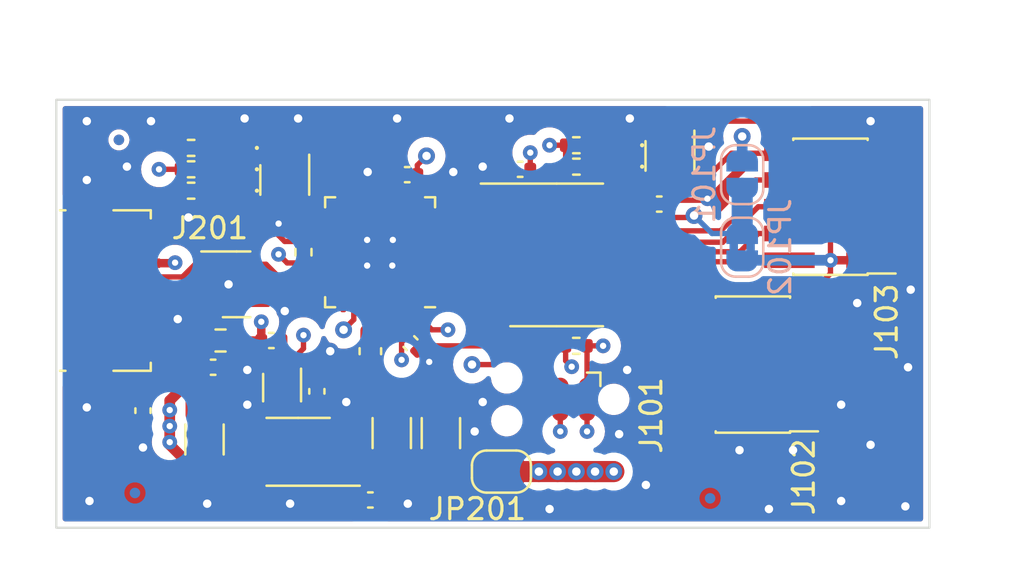
<source format=kicad_pcb>
(kicad_pcb (version 20221018) (generator pcbnew)
  (title_block (comment 4 "AISLER Project ID: ONGWUMEP"))
  (layers (0 "F.Cu" signal) (1 "In1.Cu" power) (2 "In2.Cu" power) (3 "In3.Cu" signal) (4 "In4.Cu" power) (31 "B.Cu" signal) (34 "B.Paste" user) (35 "F.Paste" user) (36 "B.SilkS" user "B.Silkscreen") (37 "F.SilkS" user "F.Silkscreen") (38 "B.Mask" user) (39 "F.Mask" user) (44 "Edge.Cuts" user))
  (net 0 "")
  (net 1 "GNDREF")
  (net 2 "Net-(U101-VDDCORE)")
  (net 3 "Net-(J201-Shield)")
  (net 4 "VBUS")
  (net 5 "Net-(J201-VBUS)")
  (net 6 "Net-(JP101-B)")
  (net 7 "Net-(JP201-A)")
  (net 8 "Net-(J101-SWDIO)")
  (net 9 "Net-(J101-~{RESET})")
  (net 10 "Net-(J101-SWCLK)")
  (net 13 "/MCU_HARAKIRI")
  (net 19 "/USB/USB_D-")
  (net 20 "/USB/USB_D+")
  (net 22 "Net-(D101-A)")
  (net 23 "Net-(D102-A)")
  (net 24 "Net-(D103-A)")
  (net 25 "Net-(D104-A)")
  (net 26 "VCC")
  (net 27 "/DBG_LED0")
  (net 28 "/DBG_LED1")
  (net 29 "+1V8")
  (net 30 "Net-(D101-K)")
  (net 31 "Net-(D102-K)")
  (net 32 "Net-(D103-K)")
  (net 33 "Net-(D104-K)")
  (net 35 "TGT_~{RST}")
  (net 36 "/SERCOM1_PAD0_UART_TXD")
  (net 37 "/SERCOM1_PAD1_UART_RXD")
  (net 42 "Net-(U101-PA02)")
  (net 43 "Net-(U101-PA04)")
  (net 44 "Net-(U101-PA06)")
  (net 45 "Net-(U101-PA07)")
  (net 46 "/DBG_UART_RXD")
  (net 47 "/DBG_UART_TXD")
  (net 48 "/SERCOM0_PAD1_SWO")
  (net 52 "Net-(J103-SWO{slash}TDO)")
  (net 55 "Net-(U101-PA03)")
  (net 56 "Net-(J103-SWDIO{slash}TMS)")
  (net 57 "Net-(J103-SWDCLK{slash}TCK)")
  (net 58 "Net-(U203-BYP)")
  (net 60 "Net-(U203-~{SHDN})")
  (net 61 "Net-(J103-NC{slash}TDI)")
  (net 62 "Net-(D201-A)")
  (footprint "Resistor_SMD:R_0402_1005Metric" (layer "F.Cu") (at 33.528 50.038 180)
    (fp_text reference "R103" hide)
    (fp_text value "150")
  )
  (footprint "Package_SO:TSSOP-20_4.4x6.5mm_P0.65mm" (layer "F.Cu") (at 50.882 53.086)
    (fp_text reference "U102" hide)
    (fp_text value "TXS0108EPW")
  )
  (footprint "Resistor_SMD:R_0402_1005Metric" (layer "F.Cu") (at 51.816 47.879 180)
    (fp_text reference "R105" hide)
    (fp_text value "150")
  )
  (footprint "Capacitor_SMD:C_1206_3216Metric" (layer "F.Cu") (at 45.387 61.546 90)
    (fp_text reference "C208" hide)
    (fp_text value "10uF")
  )
  (footprint "Capacitor_SMD:C_1206_3216Metric" (layer "F.Cu") (at 43.053 61.546 90)
    (fp_text reference "C207" hide)
    (fp_text value "10uF")
  )
  (footprint "LED_SMD:LED_0402_1005Metric" (layer "F.Cu") (at 53.848 47.879 180)
    (fp_text reference "D103" hide)
    (fp_text value "RED")
  )
  (footprint "Capacitor_SMD:C_0402_1005Metric" (layer "F.Cu") (at 31.242 60.48 90)
    (fp_text reference "C201" hide)
    (fp_text value "4.7nF")
  )
  (footprint "Capacitor_SMD:C_0402_1005Metric" (layer "F.Cu") (at 34.572 58.42)
    (fp_text reference "C204" hide)
    (fp_text value "100nF")
  )
  (footprint "Capacitor_SMD:C_0402_1005Metric" (layer "F.Cu") (at 55.753 50.673)
    (fp_text reference "C105" hide)
    (fp_text value "100nF")
  )
  (footprint "Resistor_SMD:R_0402_1005Metric" (layer "F.Cu") (at 51.814 57.404)
    (fp_text reference "R101" hide)
    (fp_text value "1k")
  )
  (footprint "Connector_PinHeader_1.27mm:PinHeader_2x05_P1.27mm_Vertical_SMD" (layer "F.Cu") (at 63.881 50.8 180)
    (fp_text reference "J103")
    (fp_text value "Conn_ARM_JTAG_SWD_10")
  )
  (footprint "LED_SMD:LED_0402_1005Metric" (layer "F.Cu") (at 35.56 49.022 180)
    (fp_text reference "D102" hide)
    (fp_text value "YELLOW")
  )
  (footprint "Capacitor_SMD:C_0402_1005Metric" (layer "F.Cu") (at 37.338 57.15)
    (fp_text reference "C203" hide)
    (fp_text value "100nF")
  )
  (footprint "Capacitor_SMD:C_0402_1005Metric" (layer "F.Cu") (at 43.787 49.276 180)
    (fp_text reference "C101" hide)
    (fp_text value "100nF")
  )
  (footprint "Capacitor_SMD:C_0402_1005Metric" (layer "F.Cu") (at 49.149 49.022 180)
    (fp_text reference "C104" hide)
    (fp_text value "100nF")
  )
  (footprint "Package_TO_SOT_SMD:SOT-553" (layer "F.Cu") (at 37.846 59.387 -90)
    (fp_text reference "U202" hide)
    (fp_text value "SN74LVC1G14DRL")
  )
  (footprint "Capacitor_SMD:C_1206_3216Metric" (layer "F.Cu") (at 34.163 61.849 90)
    (fp_text reference "C205" hide)
    (fp_text value "10uF")
  )
  (footprint "Capacitor_SMD:C_0402_1005Metric" (layer "F.Cu") (at 42.037 64.721)
    (fp_text reference "C206" hide)
    (fp_text value "10nF")
  )
  (footprint "Capacitor_SMD:C_0603_1608Metric" (layer "F.Cu") (at 42.037 57.658 -90)
    (fp_text reference "C103" hide)
    (fp_text value "1uF")
  )
  (footprint "Jumper:SolderJumper-2_P1.3mm_Bridged2Bar_RoundedPad1.0x1.5mm" (layer "F.Cu") (at 48.26 63.373)
    (fp_text reference "JP201")
    (fp_text value "SolderJumper_2_Bridged")
  )
  (footprint "LED_SMD:LED_0402_1005Metric" (layer "F.Cu") (at 53.848 48.895 180)
    (fp_text reference "D104" hide)
    (fp_text value "GREEN")
  )
  (footprint "Fiducial:Fiducial_0.5mm_Mask1mm" (layer "F.Cu") (at 28.956 62.865)
    (fp_text reference "FID2" hide)
    (fp_text value "Fiducial" hide)
  )
  (footprint "Fiducial:Fiducial_0.5mm_Mask1mm" (layer "F.Cu") (at 67.056 63.373)
    (fp_text reference "FID3" hide)
    (fp_text value "Fiducial" hide)
  )
  (footprint "Package_SO:MSOP-8_3x3mm_P0.65mm" (layer "F.Cu") (at 38.608 62.435 180)
    (fp_text reference "U203" hide)
    (fp_text value "LT1962-1.8")
  )
  (footprint "Resistor_SMD:R_0402_1005Metric" (layer "F.Cu") (at 33.528 49.022 180)
    (fp_text reference "R104" hide)
    (fp_text value "150")
  )
  (footprint "Resistor_SMD:R_0402_1005Metric" (layer "F.Cu") (at 33.528 48.006 180)
    (fp_text reference "R201" hide)
    (fp_text value "470")
  )
  (footprint "Package_TO_SOT_SMD:SOT-23" (layer "F.Cu") (at 35.687 54.483)
    (fp_text reference "D202" hide)
    (fp_text value "SP0502BAHT")
  )
  (footprint "Package_TO_SOT_SMD:SOT-363_SC-70-6" (layer "F.Cu") (at 56.261 48.387 -90)
    (fp_text reference "Q102" hide)
    (fp_text value "ADC114")
  )
  (footprint "LED_SMD:LED_0402_1005Metric" (layer "F.Cu") (at 35.56 50.038 180)
    (fp_text reference "D101" hide)
    (fp_text value "YELLOW")
  )
  (footprint "Connector_PinHeader_1.27mm:PinHeader_2x05_P1.27mm_Vertical_SMD" (layer "F.Cu") (at 60.198 58.293 180)
    (fp_text reference "J102")
    (fp_text value "Conn_02x05_Odd_Even")
  )
  (footprint "Connector:Tag-Connect_TC2030-IDC-NL_2x03_P1.27mm_Vertical" (layer "F.Cu") (at 51.054 59.944 180)
    (fp_text reference "J101")
    (fp_text value "Conn_ARM_SWD_TagConnect_TC2030-NL")
  )
  (footprint "Capacitor_SMD:C_0402_1005Metric" (layer "F.Cu") (at 39.497 59.563 90)
    (fp_text reference "C202" hide)
    (fp_text value "100nF")
  )
  (footprint "Resistor_SMD:R_0603_1608Metric" (layer "F.Cu") (at 34.925 57.15 180)
    (fp_text reference "FB201" hide)
    (fp_text value "FerriteBead")
  )
  (footprint "Package_DFN_QFN:QFN-32-1EP_5x5mm_P0.5mm_EP3.6x3.6mm" (layer "F.Cu") (at 42.5 52.959 180)
    (fp_text reference "U101" hide)
    (fp_text value "ATSAMD21E18A-M")
  )
  (footprint "Capacitor_SMD:C_0402_1005Metric" (layer "F.Cu") (at 43.942 57.277 -45)
    (fp_text reference "C102" hide)
    (fp_text value "100nF")
  )
  (footprint "LED_SMD:LED_0402_1005Metric" (layer "F.Cu") (at 35.56 48.006 180)
    (fp_text reference "D201" hide)
    (fp_text value "LED")
  )
  (footprint "Resistor_SMD:R_0402_1005Metric" (layer "F.Cu") (at 38.862 52.957 -90)
    (fp_text reference "R102" hide)
    (fp_text value "1k")
  )
  (footprint "Fiducial:Fiducial_0.5mm_Mask1mm" (layer "F.Cu") (at 30.099 47.625)
    (fp_text reference "FID1" hide)
    (fp_text value "Fiducial" hide)
  )
  (footprint "Connector_USB:USB_Micro-B_Molex_47346-0001" (layer "F.Cu") (at 29.902 54.779 -90)
    (fp_text reference "J201")
    (fp_text value "USB_B_Micro")
  )
  (footprint "Package_TO_SOT_SMD:SOT-363_SC-70-6" (layer "F.Cu") (at 37.973 49.53 -90)
    (fp_text reference "Q101" hide)
    (fp_text value "ADC114")
  )
  (footprint "Resistor_SMD:R_0402_1005Metric" (layer "F.Cu") (at 51.818 48.895 180)
    (fp_text reference "R106" hide)
    (fp_text value "470")
  )
  (footprint "Jumper:SolderJumper-2_P1.3mm_Open_RoundedPad1.0x1.5mm" (layer "B.Cu") (at 59.69 49.276 -90)
    (fp_text reference "JP101")
    (fp_text value "SolderJumper_2_Open")
  )
  (footprint "Jumper:SolderJumper-2_P1.3mm_Bridged2Bar_RoundedPad1.0x1.5mm" (layer "B.Cu") (at 59.69 52.72 90)
    (fp_text reference "JP102")
    (fp_text value "SolderJumper_2_Bridged")
  )
  (footprint "Fiducial:Fiducial_0.5mm_Mask1mm" (layer "B.Cu") (at 30.099 47.625 180)
    (fp_text reference "FID5" hide)
    (fp_text value "Fiducial" hide)
  )
  (footprint "Fiducial:Fiducial_0.5mm_Mask1mm" (layer "B.Cu") (at 58.166 64.643 180)
    (fp_text reference "FID4" hide)
    (fp_text value "Fiducial" hide)
  )
  (footprint "Logo:TardigradeLogo_v3" (layer "B.Cu") (at 60.96 60.96 180)
    (fp_text reference "REF**" hide)
    (fp_text value "TardigradeLogo_v3" hide)
  )
  (footprint "Fiducial:Fiducial_0.5mm_Mask1mm" (layer "B.Cu") (at 30.861 64.389 180)
    (fp_text reference "FID6" hide)
    (fp_text value "Fiducial" hide)
  )
  (gr_rect (start 27.1272 45.72) (end 68.58 66.04) (stroke (width 0.1)) (fill none) (layer "Edge.Cuts"))
  (segment (start 43.053 60.071) (end 45.387 60.071) (width 1) (layer "F.Cu") (net 1))
  (segment (start 42.25 53.209) (end 42.5 52.959) (width 0.254) (layer "F.Cu") (net 1))
  (segment (start 42.25 54.061) (end 42.25 53.9594) (width 0.254) (layer "F.Cu") (net 1))
  (segment (start 55.245 58.166) (end 55.245 56.261) (width 0.254) (layer "F.Cu") (net 1))
  (segment (start 42.545 52.914) (end 42.545 52.959) (width 0.254) (layer "F.Cu") (net 1))
  (segment (start 42.25 53.9594) (end 41.8846 53.594) (width 0.254) (layer "F.Cu") (net 1))
  (segment (start 36.335 58.687) (end 36.195 58.547) (width 0.254) (layer "F.Cu") (net 1))
  (segment (start 56.233 50.518) (end 55.611 49.896) (width 0.254) (layer "F.Cu") (net 1))
  (segment (start 43.307 49.4665) (end 43.307 49.276) (width 0.254) (layer "F.Cu") (net 1))
  (segment (start 36.449 50.746) (end 36.449 51.308) (width 0.254) (layer "F.Cu") (net 1))
  (segment (start 38.623 48.58) (end 41.341 48.58) (width 0.254) (layer "F.Cu") (net 1))
  (segment (start 40.287 59.083) (end 40.513 59.309) (width 0.254) (layer "F.Cu") (net 1))
  (segment (start 43.75 51.627) (end 43.75 51.709) (width 0.254) (layer "F.Cu") (net 1))
  (segment (start 48.641 48.994) (end 48.669 49.022) (width 0.254) (layer "F.Cu") (net 1))
  (segment (start 35.052 58.801) (end 35.56 59.309) (width 0.254) (layer "F.Cu") (net 1))
  (segment (start 31.362 56.079) (end 32.838 56.079) (width 0.4) (layer "F.Cu") (net 1))
  (segment (start 43.1038 52.3748) (end 43.0842 52.3748) (width 0.254) (layer "F.Cu") (net 1))
  (segment (start 58.039 50.419) (end 57.9685 50.4895) (width 0.254) (layer "F.Cu") (net 1))
  (segment (start 40.513 59.69) (end 40.894 60.071) (width 0.254) (layer "F.Cu") (net 1))
  (segment (start 58.1025 47.9425) (end 57.597 47.437) (width 0.254) (layer "F.Cu") (net 1))
  (segment (start 37.323 50.48) (end 37.323 51.242441) (width 0.254) (layer "F.Cu") (net 1))
  (segment (start 47.498 49.022) (end 47.371 48.895) (width 0.254) (layer "F.Cu") (net 1))
  (segment (start 41.8846 53.594) (end 42.25 53.2286) (width 0.254) (layer "F.Cu") (net 1))
  (segment (start 56.4165 50.4895) (end 56.233 50.673) (width 0.254) (layer "F.Cu") (net 1))
  (segment (start 39.497 58.293) (end 40.132 57.658) (width 0.254) (layer "F.Cu") (net 1))
  (segment (start 31.242 60.96) (end 30.353 60.96) (width 0.254) (layer "F.Cu") (net 1))
  (segment (start 42.25 54.651) (end 42.25 55.409) (width 0.254) (layer "F.Cu") (net 1))
  (segment (start 35.052 58.42) (end 35.052 58.801) (width 0.254) (layer "F.Cu") (net 1))
  (segment (start 54.995 56.011) (end 53.7445 56.011) (width 0.254) (layer "F.Cu") (net 1))
  (segment (start 37.969 52.447) (end 38.862 52.447) (width 0.254) (layer "F.Cu") (net 1))
  (segment (start 36.068 58.42) (end 36.195 58.547) (width 0.254) (layer "F.Cu") (net 1))
  (segment (start 32.838 56.079) (end 32.893 56.134) (width 0.4) (layer "F.Cu") (net 1))
  (segment (start 49.022 60.071) (end 47.371 60.071) (width 0.254) (layer "F.Cu") (net 1))
  (segment (start 37.680966 52.158966) (end 37.969 52.447) (width 0.254) (layer "F.Cu") (net 1))
  (segment (start 35.052 58.42) (end 36.068 58.42) (width 0.254) (layer "F.Cu") (net 1))
  (segment (start 45.387 60.071) (end 45.387 58.722) (width 0.508) (layer "F.Cu") (net 1))
  (segment (start 43.75 49.9095) (end 43.307 49.4665) (width 0.254) (layer "F.Cu") (net 1))
  (segment (start 43.75 50.509) (end 43.75 51.497) (width 0.254) (layer "F.Cu") (net 1))
  (segment (start 37.346 58.687) (end 36.335 58.687) (width 0.254) (layer "F.Cu") (net 1))
  (segment (start 42.545 54.356) (end 42.25 54.061) (width 0.254) (layer "F.Cu") (net 1))
  (segment (start 48.669 49.022) (end 47.498 49.022) (width 0.254) (layer "F.Cu") (net 1))
  (segment (start 37.680966 51.600407) (end 37.680966 52.158966) (width 0.254) (layer "F.Cu") (net 1))
  (segment (start 55.245 56.261) (end 54.995 56.011) (width 0.254) (layer "F.Cu") (net 1))
  (segment (start 35.306 54.483) (end 35.433 54.483) (width 0.254) (layer "F.Cu") (net 1))
  (segment (start 43.053 59.309) (end 43.053 60.071) (width 0.508) (layer "F.Cu") (net 1))
  (segment (start 36.6245 54.483) (end 35.306 54.483) (width 0.254) (layer "F.Cu") (net 1))
  (segment (start 37.323 50.48) (end 36.715 50.48) (width 0.254) (layer "F.Cu") (net 1))
  (segment (start 36.715 50.48) (end 36.449 50.746) (width 0.254) (layer "F.Cu") (net 1))
  (segment (start 30.353 60.96) (end 30.0355 61.2775) (width 0.254) (layer "F.Cu") (net 1))
  (segment (start 43.75 51.497) (end 43.815 51.562) (width 0.254) (layer "F.Cu") (net 1))
  (segment (start 38.623 46.624) (end 38.608 46.609) (width 0.254) (layer "F.Cu") (net 1))
  (segment (start 57.9685 50.4895) (end 56.4165 50.4895) (width 0.254) (layer "F.Cu") (net 1))
  (segment (start 42.037 58.433) (end 42.177 58.433) (width 0.508) (layer "F.Cu") (net 1))
  (segment (start 54.229 58.547) (end 54.864 58.547) (width 0.254) (layer "F.Cu") (net 1))
  (segment (start 42.545 52.959) (end 42.5 52.959) (width 0.254) (layer "F.Cu") (net 1))
  (segment (start 42.177 58.433) (end 43.053 59.309) (width 0.508) (layer "F.Cu") (net 1))
  (segment (start 43.0842 52.3748) (end 42.545 52.914) (width 0.254) (layer "F.Cu") (net 1))
  (segment (start 43.75 50.509) (end 43.75 49.9095) (width 0.254) (layer "F.Cu") (net 1))
  (segment (start 42.545 54.356) (end 42.25 54.651) (width 0.254) (layer "F.Cu") (net 1))
  (segment (start 45.387 58.722) (end 44.831 58.166) (width 0.508) (layer "F.Cu") (net 1))
  (segment (start 40.7205 61.46) (end 42.291 61.46) (width 0.254) (layer "F.Cu") (net 1))
  (segment (start 42.5 52.959) (end 42.5 52.959) (width 0.254) (layer "F.Cu") (net 1))
  (segment (start 45.387 60.071) (end 47.371 60.071) (width 0.508) (layer "F.Cu") (net 1))
  (segment (start 44.281411 57.616411) (end 44.831 58.166) (width 0.254) (layer "F.Cu") (net 1))
  (segment (start 49.784 59.309) (end 49.022 60.071) (width 0.254) (layer "F.Cu") (net 1))
  (segment (start 43.815 51.562) (end 43.75 51.627) (width 0.254) (layer "F.Cu") (net 1))
  (segment (start 39.497 59.083) (end 40.287 59.083) (width 0.254) (layer "F.Cu") (net 1))
  (segment (start 43.1038 52.3552) (end 43.1038 52.3748) (width 0.254) (layer "F.Cu") (net 1))
  (segment (start 40.513 59.309) (end 40.513 59.69) (width 0.254) (layer "F.Cu") (net 1))
  (segment (start 48.641 46.609) (end 48.641 48.994) (width 0.254) (layer "F.Cu") (net 1))
  (segment (start 39.497 59.083) (end 39.497 58.293) (width 0.254) (layer "F.Cu") (net 1))
  (segment (start 43.053 60.071) (end 40.894 60.071) (width 0.508) (layer "F.Cu") (net 1))
  (segment (start 43.75 51.709) (end 43.1038 52.3552) (width 0.254) (layer "F.Cu") (net 1))
  (segment (start 38.623 48.58) (end 38.623 46.624) (width 0.254) (layer "F.Cu") (net 1))
  (segment (start 55.611 49.896) (end 55.611 49.337) (width 0.254) (layer "F.Cu") (net 1))
  (segment (start 41.341 48.58) (end 41.91 49.149) (width 0.254) (layer "F.Cu") (net 1))
  (segment (start 56.233 50.673) (end 56.233 50.518) (width 0.254) (layer "F.Cu") (net 1))
  (segment (start 54.864 58.547) (end 55.245 58.166) (width 0.254) (layer "F.Cu") (net 1))
  (segment (start 42.25 53.2286) (end 42.25 53.209) (width 0.254) (layer "F.Cu") (net 1))
  (segment (start 57.597 47.437) (end 56.911 47.437) (width 0.254) (layer "F.Cu") (net 1))
  (segment (start 37.323 51.242441) (end 37.680966 51.600407) (width 0.254) (layer "F.Cu") (net 1))
  (via (at 67.564 58.42) (size 0.8) (drill 0.4) (layers "F.Cu" "B.Cu") (net 1))
  (via (at 38.227 64.897) (size 0.8) (drill 0.4) (layers "F.Cu" "B.Cu") (net 1))
  (via (at 46.99 61.468) (size 0.8) (drill 0.4) (layers "F.Cu" "B.Cu") (net 1))
  (via (at 67.691 54.737) (size 0.8) (drill 0.4) (layers "F.Cu" "B.Cu") (net 1))
  (via (at 37.680966 51.600407) (size 0.7) (drill 0.3) (layers "F.Cu" "B.Cu") (net 1))
  (via (at 62.103 62.357) (size 0.8) (drill 0.4) (layers "F.Cu" "B.Cu") (net 1))
  (via (at 53.848 61.595) (size 0.8) (drill 0.4) (layers "F.Cu" "B.Cu") (net 1))
  (via (at 35.306 54.483) (size 0.8) (drill 0.4) (layers "F.Cu" "B.Cu") (net 1))
  (via (at 37.973 55.753) (size 0.8) (drill 0.4) (layers "F.Cu" "B.Cu") (net 1))
  (via (at 44.831 58.166) (size 0.7) (drill 0.3) (layers "F.Cu" "B.Cu") (net 1))
  (via (at 36.195 58.547) (size 0.8) (drill 0.4) (layers "F.Cu" "B.Cu") (net 1))
  (via (at 64.389 60.198) (size 0.8) (drill 0.4) (layers "F.Cu" "B.Cu") (net 1))
  (via (at 64.389 64.77) (size 0.8) (drill 0.4) (layers "F.Cu" "B.Cu") (net 1))
  (via (at 28.702 64.77) (size 0.8) (drill 0.4) (layers "F.Cu" "B.Cu") (net 1))
  (via (at 32.893 56.134) (size 0.8) (drill 0.4) (layers "F.Cu" "B.Cu") (net 1))
  (via (at 40.894 60.071) (size 0.8) (drill 0.4) (layers "F.Cu" "B.Cu") (net 1))
  (via (at 40.132 57.658) (size 0.8) (drill 0.4) (layers "F.Cu" "B.Cu") (net 1))
  (via (at 58.1025 47.9425) (size 0.8) (drill 0.4) (layers "F.Cu" "B.Cu") (net 1))
  (via (at 43.1038 52.3748) (size 0.7) (drill 0.3) (layers "F.Cu" "B.Cu") (net 1))
  (via (at 60.96 65.151) (size 0.8) (drill 0.4) (layers "F.Cu" "B.Cu") (net 1))
  (via (at 50.546 65.151) (size 0.8) (drill 0.4) (layers "F.Cu" "B.Cu") (net 1))
  (via (at 41.8846 53.594) (size 0.7) (drill 0.3) (layers "F.Cu" "B.Cu") (net 1))
  (via (at 34.29 64.897) (size 0.8) (drill 0.4) (layers "F.Cu" "B.Cu") (net 1))
  (via (at 48.641 46.609) (size 0.8) (drill 0.4) (layers "F.Cu" "B.Cu") (net 1))
  (via (at 33.401 51.308) (size 0.8) (drill 0.4) (layers "F.Cu" "B.Cu") (net 1))
  (via (at 43.815 64.897) (size 0.8) (drill 0.4) (layers "F.Cu" "B.Cu") (net 1))
  (via (at 58.039 50.419) (size 0.7) (drill 0.3) (layers "F.Cu" "B.Cu") (net 1))
  (via (at 38.608 46.609) (size 0.8) (drill 0.4) (layers "F.Cu" "B.Cu") (net 1))
  (via (at 65.151 55.372) (size 0.8) (drill 0.4) (layers "F.Cu" "B.Cu") (net 1))
  (via (at 28.575 60.325) (size 0.8) (drill 0.4) (layers "F.Cu" "B.Cu") (net 1))
  (via (at 43.0784 53.594) (size 0.7) (drill 0.3) (layers "F.Cu" "B.Cu") (net 1))
  (via (at 47.371 60.071) (size 0.8) (drill 0.4) (layers "F.Cu" "B.Cu") (net 1))
  (via (at 41.8846 52.3748) (size 0.7) (drill 0.3) (layers "F.Cu" "B.Cu") (net 1))
  (via (at 31.242 62.23) (size 0.8) (drill 0.4) (layers "F.Cu" "B.Cu") (net 1))
  (via (at 45.974 49.149) (size 0.8) (drill 0.4) (layers "F.Cu" "B.Cu") (net 1))
  (via (at 65.786 62.103) (size 0.8) (drill 0.4) (layers "F.Cu" "B.Cu") (net 1))
  (via (at 47.371 48.895) (size 0.8) (drill 0.4) (layers "F.Cu" "B.Cu") (net 1))
  (via (at 36.195 60.198) (size 0.8) (drill 0.4) (layers "F.Cu" "B.Cu") (net 1))
  (via (at 28.575 46.736) (size 0.8) (drill 0.4) (layers "F.Cu" "B.Cu") (net 1))
  (via (at 30.48 48.895) (size 0.8) (drill 0.4) (layers "F.Cu" "B.Cu") (net 1))
  (via (at 59.563 62.357) (size 0.8) (drill 0.4) (layers "F.Cu" "B.Cu") (net 1))
  (via (at 55.118 64.008) (size 0.8) (drill 0.4) (layers "F.Cu" "B.Cu") (net 1))
  (via (at 67.437 65.024) (size 0.8) (drill 0.4) (layers "F.Cu" "B.Cu") (net 1))
  (via (at 54.229 58.547) (size 0.8) (drill 0.4) (layers "F.Cu" "B.Cu") (net 1))
  (via (at 41.91 49.149) (size 0.8) (drill 0.4) (layers "F.Cu" "B.Cu") (net 1))
  (via (at 43.307 46.609) (size 0.8) (drill 0.4) (layers "F.Cu" "B.Cu") (net 1))
  (via (at 54.356 46.609) (size 0.8) (drill 0.4) (layers "F.Cu" "B.Cu") (net 1))
  (via (at 28.575 49.53) (size 0.8) (drill 0.4) (layers "F.Cu" "B.Cu") (net 1))
  (via (at 36.068 46.609) (size 0.8) (drill 0.4) (layers "F.Cu" "B.Cu") (net 1))
  (via (at 65.786 46.736) (size 0.8) (drill 0.4) (layers "F.Cu" "B.Cu") (net 1))
  (via (at 31.623 46.736) (size 0.8) (drill 0.4) (layers "F.Cu" "B.Cu") (net 1))
  (segment (start 42.75 55.409) (end 42.75 56.17) (width 0.254) (layer "F.Cu") (net 2))
  (segment (start 42.75 56.17) (end 42.037 56.883) (width 0.254) (layer "F.Cu") (net 2))
  (segment (start 30.3895 58.154) (end 31.277 57.2665) (width 1) (layer "F.Cu") (net 3))
  (segment (start 31.242 59.0065) (end 30.3895 58.154) (width 0.508) (layer "F.Cu") (net 3))
  (segment (start 31.242 60) (end 31.242 59.0065) (width 0.508) (layer "F.Cu") (net 3))
  (segment (start 30.3895 51.404) (end 31.277 52.2915) (width 1) (layer "F.Cu") (net 3))
  (segment (start 28.702 51.404) (end 30.3895 51.404) (width 1) (layer "F.Cu") (net 3))
  (segment (start 28.702 51.404) (end 28.702 58.154) (width 1) (layer "F.Cu") (net 3))
  (segment (start 28.702 58.154) (end 30.3895 58.154) (width 1) (layer "F.Cu") (net 3))
  (segment (start 36.4955 63.41) (end 37.308 63.41) (width 0.254) (layer "F.Cu") (net 4))
  (segment (start 37.308 63.41) (end 39.497 61.221) (width 0.254) (layer "F.Cu") (net 4))
  (segment (start 39.497 61.221) (end 39.497 60.043) (width 0.254) (layer "F.Cu") (net 4))
  (segment (start 32.512 62.103) (end 33.733 63.324) (width 0.508) (layer "F.Cu") (net 4))
  (segment (start 33.018 49.022) (end 32.004 49.022) (width 0.254) (layer "F.Cu") (net 4))
  (segment (start 50.546 47.879) (end 51.306 47.879) (width 0.254) (layer "F.Cu") (net 4))
  (segment (start 36.4955 63.41) (end 34.249 63.41) (width 0.4) (layer "F.Cu") (net 4))
  (segment (start 32.512 61.976) (end 32.512 62.103) (width 0.508) (layer "F.Cu") (net 4))
  (segment (start 32.512 60) (end 32.512 60.452) (width 0.508) (layer "F.Cu") (net 4))
  (segment (start 33.018 49.022) (end 33.018 48.006) (width 0.254) (layer "F.Cu") (net 4))
  (segment (start 34.092 58.42) (end 34.092 57.158) (width 0.508) (layer "F.Cu") (net 4))
  (segment (start 34.092 58.42) (end 32.512 60) (width 0.508) (layer "F.Cu") (net 4))
  (segment (start 51.308 47.881) (end 51.306 47.879) (width 0.254) (layer "F.Cu") (net 4))
  (segment (start 39.453 60.087) (end 39.497 60.043) (width 0.254) (layer "F.Cu") (net 4))
  (segment (start 32.512 61.214) (end 32.512 61.976) (width 0.508) (layer "F.Cu") (net 4))
  (segment (start 32.512 60.452) (end 32.512 61.214) (width 0.508) (layer "F.Cu") (net 4))
  (segment (start 51.308 48.895) (end 51.308 47.881) (width 0.254) (layer "F.Cu") (net 4))
  (segment (start 33.018 50.038) (end 33.018 49.022) (width 0.254) (layer "F.Cu") (net 4))
  (segment (start 33.733 63.324) (end 34.163 63.324) (width 0.508) (layer "F.Cu") (net 4))
  (segment (start 38.346 60.087) (end 39.453 60.087) (width 0.254) (layer "F.Cu") (net 4))
  (segment (start 34.092 57.158) (end 34.1 57.15) (width 0.4) (layer "F.Cu") (net 4))
  (segment (start 34.249 63.41) (end 34.163 63.324) (width 0.4) (layer "F.Cu") (net 4))
  (via (at 32.512 61.976) (size 0.7) (drill 0.3) (layers "F.Cu" "B.Cu") (net 4))
  (via (at 50.546 47.879) (size 0.7) (drill 0.3) (layers "F.Cu" "B.Cu") (net 4))
  (via (at 32.004 49.022) (size 0.7) (drill 0.3) (layers "F.Cu" "B.Cu") (net 4))
  (via (at 32.512 60.452) (size 0.7) (drill 0.3) (layers "F.Cu" "B.Cu") (net 4))
  (via (at 32.512 61.214) (size 0.7) (drill 0.3) (layers "F.Cu" "B.Cu") (net 4))
  (segment (start 31.362 53.479) (end 32.742 53.479) (width 0.4) (layer "F.Cu") (net 5))
  (segment (start 36.858 56.261) (end 36.858 57.15) (width 0.4) (layer "F.Cu") (net 5))
  (segment (start 32.766 53.455) (end 32.79 53.479) (width 0.4) (layer "F.Cu") (net 5))
  (segment (start 36.858 57.15) (end 35.75 57.15) (width 0.4) (layer "F.Cu") (net 5))
  (segment (start 32.742 53.479) (end 32.766 53.455) (width 0.4) (layer "F.Cu") (net 5))
  (via (at 32.766 53.455) (size 0.7) (drill 0.3) (layers "F.Cu" "B.Cu") (net 5))
  (via (at 36.858 56.261) (size 0.7) (drill 0.3) (layers "F.Cu" "B.Cu") (net 5))
  (segment (start 55.6 51.31) (end 55.273 50.983) (width 0.254) (layer "F.Cu") (net 6))
  (segment (start 49.657 51.435) (end 49.657 55.626) (width 0.254) (layer "F.Cu") (net 6))
  (segment (start 57.404 51.216) (end 57.31 51.31) (width 0.254) (layer "F.Cu") (net 6))
  (segment (start 53.7445 50.811) (end 55.135 50.811) (width 0.254) (layer "F.Cu") (net 6))
  (segment (start 55.135 50.811) (end 55.273 50.673) (width 0.254) (layer "F.Cu") (net 6))
  (segment (start 53.7445 50.811) (end 50.281 50.811) (width 0.254) (layer "F.Cu") (net 6))
  (segment (start 57.31 51.31) (end 55.6 51.31) (width 0.254) (layer "F.Cu") (net 6))
  (segment (start 53.7555 50.8) (end 53.7445 50.811) (width 0.254) (layer "F.Cu") (net 6))
  (segment (start 55.273 50.983) (end 55.273 50.673) (width 0.254) (layer "F.Cu") (net 6))
  (segment (start 50.281 50.811) (end 49.657 51.435) (width 0.254) (layer "F.Cu") (net 6))
  (segment (start 49.272 56.011) (end 48.0195 56.011) (width 0.254) (layer "F.Cu") (net 6))
  (segment (start 49.657 55.626) (end 49.272 56.011) (width 0.254) (layer "F.Cu") (net 6))
  (via (at 57.404 51.216) (size 0.8) (drill 0.4) (layers "F.Cu" "B.Cu") (net 6))
  (segment (start 58.258 52.07) (end 59.69 52.07) (width 0.254) (layer "B.Cu") (net 6))
  (segment (start 57.404 51.216) (end 58.258 52.07) (width 0.254) (layer "B.Cu") (net 6))
  (segment (start 59.69 49.926) (end 59.69 52.07) (width 1) (layer "B.Cu") (net 6))
  (segment (start 43.053 63.021) (end 45.387 63.021) (width 1) (layer "F.Cu") (net 7))
  (segment (start 47.258 63.021) (end 47.61 63.373) (width 1) (layer "F.Cu") (net 7))
  (segment (start 42.792 62.76) (end 43.053 63.021) (width 0.4) (layer "F.Cu") (net 7))
  (segment (start 42.517 64.721) (end 42.517 63.557) (width 0.4) (layer "F.Cu") (net 7))
  (segment (start 40.7205 62.76) (end 42.792 62.76) (width 0.4) (layer "F.Cu") (net 7))
  (segment (start 40.7205 63.41) (end 42.664 63.41) (width 0.4) (layer "F.Cu") (net 7))
  (segment (start 45.387 63.021) (end 47.258 63.021) (width 1) (layer "F.Cu") (net 7))
  (segment (start 42.517 63.557) (end 43.053 63.021) (width 0.4) (layer "F.Cu") (net 7))
  (segment (start 42.664 63.41) (end 43.053 63.021) (width 0.4) (layer "F.Cu") (net 7))
  (segment (start 45.72 56.642) (end 44.958 56.642) (width 0.254) (layer "F.Cu") (net 8))
  (segment (start 52.324 60.579) (end 52.324 61.468) (width 0.254) (layer "F.Cu") (net 8))
  (segment (start 44.25 55.934) (end 44.25 55.409) (width 0.254) (layer "F.Cu") (net 8))
  (segment (start 44.958 56.642) (end 44.25 55.934) (width 0.254) (layer "F.Cu") (net 8))
  (via (at 52.324 61.468) (size 0.7) (drill 0.3) (layers "F.Cu" "B.Cu") (net 8))
  (via (at 45.72 56.642) (size 0.7) (drill 0.3) (layers "F.Cu" "B.Cu") (net 8))
  (segment (start 49.8007 58.0557) (end 51.054 59.309) (width 0.254) (layer "F.Cu") (net 9))
  (segment (start 40.767 56.642) (end 41.25 56.159) (width 0.254) (layer "F.Cu") (net 9))
  (segment (start 48.152682 58.0557) (end 49.8007 58.0557) (width 0.254) (layer "F.Cu") (net 9))
  (segment (start 46.863 58.293) (end 47.915382 58.293) (width 0.254) (layer "F.Cu") (net 9))
  (segment (start 41.25 56.159) (end 41.25 55.409) (width 0.254) (layer "F.Cu") (net 9))
  (segment (start 47.915382 58.293) (end 48.152682 58.0557) (width 0.254) (layer "F.Cu") (net 9))
  (via (at 40.767 56.642) (size 0.8) (drill 0.4) (layers "F.Cu" "B.Cu") (net 9))
  (via (at 46.863 58.293) (size 0.8) (drill 0.4) (layers "F.Cu" "B.Cu") (net 9))
  (segment (start 51.308 57.408) (end 51.304 57.404) (width 0.254) (layer "F.Cu") (net 10))
  (segment (start 51.054 60.579) (end 51.054 61.468) (width 0.254) (layer "F.Cu") (net 10))
  (segment (start 51.5952 58.3951) (end 51.308 58.1079) (width 0.254) (layer "F.Cu") (net 10))
  (segment (start 51.304 57.404) (end 45.077948 57.404) (width 0.254) (layer "F.Cu") (net 10))
  (segment (start 51.308 58.1079) (end 51.308 57.408) (width 0.254) (layer "F.Cu") (net 10))
  (segment (start 43.75 56.076052) (end 43.75 55.409) (width 0.254) (layer "F.Cu") (net 10))
  (segment (start 45.077948 57.404) (end 43.75 56.076052) (width 0.254) (layer "F.Cu") (net 10))
  (via (at 51.5952 58.3951) (size 0.7) (drill 0.3) (layers "F.Cu" "B.Cu") (net 10))
  (via (at 51.054 61.468) (size 0.7) (drill 0.3) (layers "F.Cu" "B.Cu") (net 10))
  (segment (start 40.05 53.709) (end 39.104 53.709) (width 0.254) (layer "F.Cu") (net 13))
  (segment (start 39.104 53.709) (end 38.862 53.467) (width 0.254) (layer "F.Cu") (net 13))
  (segment (start 38.481 57.912) (end 38.28355 57.912) (width 0.254) (layer "F.Cu") (net 13))
  (segment (start 38.28355 57.912) (end 37.846 58.34955) (width 0.254) (layer "F.Cu") (net 13))
  (segment (start 38.862 57.531) (end 38.481 57.912) (width 0.254) (layer "F.Cu") (net 13))
  (segment (start 38.862 56.896) (end 38.862 57.531) (width 0.254) (layer "F.Cu") (net 13))
  (segment (start 37.677874 53.057655) (end 38.087219 53.467) (width 0.254) (layer "F.Cu") (net 13))
  (segment (start 38.087219 53.467) (end 38.862 53.467) (width 0.254) (layer "F.Cu") (net 13))
  (segment (start 37.846 58.34955) (end 37.846 58.687) (width 0.254) (layer "F.Cu") (net 13))
  (via (at 38.862 56.896) (size 0.7) (drill 0.3) (layers "F.Cu" "B.Cu") (net 13))
  (via (at 37.677874 53.057655) (size 0.7) (drill 0.3) (layers "F.Cu" "B.Cu") (net 13))
  (segment (start 37.086582 53.533) (end 34.7495 53.533) (width 0.254) (layer "F.Cu") (net 19))
  (segment (start 33.716 53.533) (end 33.117 54.132) (width 0.254) (layer "F.Cu") (net 19))
  (segment (start 34.828 53.533) (end 33.716 53.533) (width 0.254) (layer "F.Cu") (net 19))
  (segment (start 40.05 54.209) (end 37.762582 54.209) (width 0.254) (layer "F.Cu") (net 19))
  (segment (start 31.365 54.132) (end 31.362 54.129) (width 0.254) (layer "F.Cu") (net 19))
  (segment (start 37.762582 54.209) (end 37.086582 53.533) (width 0.254) (layer "F.Cu") (net 19))
  (segment (start 33.117 54.132) (end 31.365 54.132) (width 0.254) (layer "F.Cu") (net 19))
  (segment (start 40.05 54.709) (end 37.889082 54.709) (width 0.254) (layer "F.Cu") (net 20))
  (segment (start 33.062 54.779) (end 31.362 54.779) (width 0.254) (layer "F.Cu") (net 20))
  (segment (start 34.828 55.433) (end 33.716 55.433) (width 0.254) (layer "F.Cu") (net 20))
  (segment (start 37.889082 54.709) (end 37.165082 55.433) (width 0.254) (layer "F.Cu") (net 20))
  (segment (start 33.716 55.433) (end 33.062 54.779) (width 0.254) (layer "F.Cu") (net 20))
  (segment (start 37.165082 55.433) (end 34.828 55.433) (width 0.254) (layer "F.Cu") (net 20))
  (segment (start 35.075 50.038) (end 34.038 50.038) (width 0.254) (layer "F.Cu") (net 22))
  (segment (start 34.038 49.022) (end 35.075 49.022) (width 0.254) (layer "F.Cu") (net 23))
  (segment (start 53.363 47.879) (end 52.326 47.879) (width 0.254) (layer "F.Cu") (net 24))
  (segment (start 53.363 48.895) (end 52.328 48.895) (width 0.254) (layer "F.Cu") (net 25))
  (segment (start 63.5 54.356) (end 63.881 53.975) (width 0.254) (layer "F.Cu") (net 26))
  (segment (start 61.087 54.356) (end 63.5 54.356) (width 0.254) (layer "F.Cu") (net 26))
  (segment (start 55.077 54.061) (end 53.7445 54.061) (width 0.254) (layer "F.Cu") (net 26))
  (segment (start 59.69 55.753) (end 58.248 55.753) (width 0.254) (layer "F.Cu") (net 26))
  (segment (start 60.706 54.737) (end 59.69 55.753) (width 0.254) (layer "F.Cu") (net 26))
  (segment (start 56.515 46.736) (end 62.525225 46.736) (width 0.254) (layer "F.Cu") (net 26))
  (segment (start 63.881 53.34) (end 65.831 53.34) (width 0.4) (layer "F.Cu") (net 26))
  (segment (start 63.881 48.091775) (end 63.881 53.34) (width 0.254) (layer "F.Cu") (net 26))
  (segment (start 56.769 55.753) (end 55.077 54.061) (width 0.254) (layer "F.Cu") (net 26))
  (segment (start 56.261 46.99) (end 56.515 46.736) (width 0.254) (layer "F.Cu") (net 26))
  (segment (start 58.248 55.753) (end 56.769 55.753) (width 0.254) (layer "F.Cu") (net 26))
  (segment (start 63.881 53.975) (end 63.881 53.34) (width 0.254) (layer "F.Cu") (net 26))
  (segment (start 64.18 53.34) (end 63.881 53.34) (width 0.254) (layer "F.Cu") (net 26))
  (segment (start 56.261 47.437) (end 56.261 46.99) (width 0.254) (layer "F.Cu") (net 26))
  (segment (start 60.706 54.737) (end 61.087 54.356) (width 0.254) (layer "F.Cu") (net 26))
  (segment (start 62.525225 46.736) (end 63.881 48.091775) (width 0.254) (layer "F.Cu") (net 26))
  (via (at 63.881 53.34) (size 0.7) (drill 0.3) (layers "F.Cu" "B.Cu") (net 26))
  (segment (start 59.72 53.34) (end 59.69 53.37) (width 0.508) (layer "B.Cu") (net 26))
  (segment (start 63.881 53.34) (end 59.72 53.34) (width 0.508) (layer "B.Cu") (net 26))
  (segment (start 40.75 49.64) (end 40.342 49.232) (width 0.254) (layer "F.Cu") (net 27))
  (segment (start 40.75 50.509) (end 40.75 49.64) (width 0.254) (layer "F.Cu") (net 27))
  (segment (start 40.342 49.232) (end 38.183 49.232) (width 0.254) (layer "F.Cu") (net 27))
  (segment (start 37.973 49.022) (end 37.973 48.58) (width 0.254) (layer "F.Cu") (net 27))
  (segment (start 38.183 49.232) (end 37.973 49.022) (width 0.254) (layer "F.Cu") (net 27))
  (segment (start 37.973 50.935725) (end 37.973 50.48) (width 0.254) (layer "F.Cu") (net 28))
  (segment (start 38.246275 51.209) (end 37.973 50.935725) (width 0.254) (layer "F.Cu") (net 28))
  (segment (start 40.05 51.209) (end 38.246275 51.209) (width 0.254) (layer "F.Cu") (net 28))
  (segment (start 44.267 48.824) (end 44.267 49.276) (width 0.25) (layer "F.Cu") (net 29))
  (segment (start 51.816 63.373) (end 52.705 63.373) (width 1) (layer "F.Cu") (net 29))
  (segment (start 49.629 49.022) (end 49.629 50.32) (width 0.254) (layer "F.Cu") (net 29))
  (segment (start 43.25 55.409) (end 43.25 56.585) (width 0.254) (layer "F.Cu") (net 29))
  (segment (start 43.519519 57.020659) (end 43.602589 56.937589) (width 0.254) (layer "F.Cu") (net 29))
  (segment (start 53.594 63.373) (end 51.308 63.373) (width 1) (layer "F.Cu") (net 29))
  (segment (start 44.704 48.387) (end 44.267 48.824) (width 0.25) (layer "F.Cu") (net 29))
  (segment (start 44.25 50.509) (end 44.25 49.293) (width 0.254) (layer "F.Cu") (net 29))
  (segment (start 50.927 63.373) (end 51.816 63.373) (width 1) (layer "F.Cu") (net 29))
  (segment (start 52.705 63.373) (end 53.594 63.373) (width 1) (layer "F.Cu") (net 29))
  (segment (start 49.629 48.232) (end 49.629 49.022) (width 0.254) (layer "F.Cu") (net 29))
  (segment (start 48.91 63.373) (end 50.038 63.373) (width 1) (layer "F.Cu") (net 29))
  (segment (start 43.519519 58.070036) (end 43.519519 57.020659) (width 0.254) (layer "F.Cu") (net 29))
  (segment (start 43.25 56.585) (end 43.475589 56.810589) (width 0.254) (layer "F.Cu") (net 29))
  (segment (start 49.138 50.811) (end 48.0195 50.811) (width 0.254) (layer "F.Cu") (net 29))
  (segment (start 52.324 59.309) (end 52.324 57.404) (width 0.254) (layer "F.Cu") (net 29))
  (segment (start 52.324 57.404) (end 53.086 57.404) (width 0.254) (layer "F.Cu") (net 29))
  (segment (start 44.25 49.293) (end 44.267 49.276) (width 0.254) (layer "F.Cu") (net 29))
  (segment (start 49.629 50.32) (end 49.138 50.811) (width 0.254) (layer "F.Cu") (net 29))
  (segment (start 50.038 63.373) (end 50.927 63.373) (width 1) (layer "F.Cu") (net 29))
  (via (at 52.705 63.373) (size 0.8) (drill 0.4) (layers "F.Cu" "B.Cu") (net 29))
  (via (at 51.816 63.373) (size 0.8) (drill 0.4) (layers "F.Cu" "B.Cu") (net 29))
  (via (at 53.594 63.373) (size 0.8) (drill 0.4) (layers "F.Cu" "B.Cu") (net 29))
  (via (at 43.519519 58.070036) (size 0.7) (drill 0.3) (layers "F.Cu" "B.Cu") (net 29))
  (via (at 49.629 48.232) (size 0.7) (drill 0.3) (layers "F.Cu" "B.Cu") (net 29))
  (via (at 44.704 48.387) (size 0.8) (drill 0.4) (layers "F.Cu" "B.Cu") (net 29))
  (via (at 50.038 63.373) (size 0.8) (drill 0.4) (layers "F.Cu" "B.Cu") (net 29))
  (via (at 53.086 57.404) (size 0.7) (drill 0.3) (layers "F.Cu" "B.Cu") (net 29))
  (via (at 50.927 63.373) (size 0.8) (drill 0.4) (layers "F.Cu" "B.Cu") (net 29))
  (via (at 59.69 47.4625) (size 0.8) (drill 0.4) (layers "F.Cu" "B.Cu") (net 29))
  (segment (start 59.69 48.626) (end 59.69 47.4625) (width 0.508) (layer "B.Cu") (net 29))
  (segment (start 38.623 50.034275) (end 38.623 50.48) (width 0.254) (layer "F.Cu") (net 30))
  (segment (start 36.045 50.038) (end 36.576 50.038) (width 0.254) (layer "F.Cu") (net 30))
  (segment (start 36.928 49.686) (end 38.274725 49.686) (width 0.254) (layer "F.Cu") (net 30))
  (segment (start 38.274725 49.686) (end 38.623 50.034275) (width 0.254) (layer "F.Cu") (net 30))
  (segment (start 36.576 50.038) (end 36.928 49.686) (width 0.254) (layer "F.Cu") (net 30))
  (segment (start 36.83 49.149) (end 36.703 49.022) (width 0.254) (layer "F.Cu") (net 31))
  (segment (start 37.323 48.58) (end 37.323 49.037) (width 0.254) (layer "F.Cu") (net 31))
  (segment (start 37.211 49.149) (end 36.83 49.149) (width 0.254) (layer "F.Cu") (net 31))
  (segment (start 37.323 49.037) (end 37.211 49.149) (width 0.254) (layer "F.Cu") (net 31))
  (segment (start 36.045 49.022) (end 36.703 49.022) (width 0.254) (layer "F.Cu") (net 31))
  (segment (start 54.333 47.879) (end 54.775 47.437) (width 0.254) (layer "F.Cu") (net 32))
  (segment (start 54.775 47.437) (end 55.611 47.437) (width 0.254) (layer "F.Cu") (net 32))
  (segment (start 56.911 49.337) (end 56.911 48.402) (width 0.254) (layer "F.Cu") (net 33))
  (segment (start 56.598 48.089) (end 55.139 48.089) (width 0.254) (layer "F.Cu") (net 33))
  (segment (start 55.139 48.089) (end 54.333 48.895) (width 0.254) (layer "F.Cu") (net 33))
  (segment (start 56.911 48.402) (end 56.598 48.089) (width 0.254) (layer "F.Cu") (net 33))
  (segment (start 56.261 49.337) (end 56.261 48.768) (width 0.254) (layer "F.Cu") (net 35))
  (segment (start 56.466 49.989) (end 57.453 49.989) (width 0.254) (layer "F.Cu") (net 35))
  (segment (start 56.261 49.784) (end 56.466 49.989) (width 0.254) (layer "F.Cu") (net 35))
  (segment (start 54.614 50.161) (end 53.7445 50.161) (width 0.254) (layer "F.Cu") (net 35))
  (segment (start 54.955 48.915052) (end 54.955 49.82) (width 0.254) (layer "F.Cu") (net 35))
  (segment (start 59.182 48.26) (end 61.931 48.26) (width 0.254) (layer "F.Cu") (net 35))
  (segment (start 56.261 49.337) (end 56.261 49.784) (width 0.254) (layer "F.Cu") (net 35))
  (segment (start 54.955 49.82) (end 54.614 50.161) (width 0.254) (layer "F.Cu") (net 35))
  (segment (start 56.036 48.543) (end 55.327052 48.543) (width 0.254) (layer "F.Cu") (net 35))
  (segment (start 57.453 49.989) (end 59.182 48.26) (width 0.254) (layer "F.Cu") (net 35))
  (segment (start 56.261 48.768) (end 56.036 48.543) (width 0.254) (layer "F.Cu") (net 35))
  (segment (start 55.327052 48.543) (end 54.955 48.915052) (width 0.254) (layer "F.Cu") (net 35))
  (segment (start 46.017422 54.709) (end 46.669422 55.361) (width 0.254) (layer "F.Cu") (net 36))
  (segment (start 44.95 54.709) (end 46.017422 54.709) (width 0.254) (layer "F.Cu") (net 36))
  (segment (start 46.669422 55.361) (end 48.0195 55.361) (width 0.254) (layer "F.Cu") (net 36))
  (segment (start 46.159474 54.209) (end 46.661474 54.711) (width 0.254) (layer "F.Cu") (net 37))
  (segment (start 44.95 54.209) (end 46.159474 54.209) (width 0.254) (layer "F.Cu") (net 37))
  (segment (start 46.661474 54.711) (end 48.0195 54.711) (width 0.254) (layer "F.Cu") (net 37))
  (segment (start 46.7135 54.061) (end 48.0195 54.061) (width 0.254) (layer "F.Cu") (net 42))
  (segment (start 46.3615 53.709) (end 46.7135 54.061) (width 0.254) (layer "F.Cu") (net 42))
  (segment (start 44.95 53.709) (end 46.3615 53.709) (width 0.254) (layer "F.Cu") (net 42))
  (segment (start 46.695 52.709) (end 46.747 52.761) (width 0.254) (layer "F.Cu") (net 43))
  (segment (start 44.95 52.709) (end 46.695 52.709) (width 0.254) (layer "F.Cu") (net 43))
  (segment (start 46.747 52.761) (end 48.0195 52.761) (width 0.254) (layer "F.Cu") (net 43))
  (segment (start 44.95 51.709) (end 46.544 51.709) (width 0.254) (layer "F.Cu") (net 44))
  (segment (start 46.544 51.709) (end 46.792 51.461) (width 0.254) (layer "F.Cu") (net 44))
  (segment (start 46.792 51.461) (end 48.0195 51.461) (width 0.254) (layer "F.Cu") (net 44))
  (segment (start 44.95 51.209) (end 45.565 51.209) (width 0.254) (layer "F.Cu") (net 45))
  (segment (start 45.565 51.209) (end 46.613 50.161) (width 0.254) (layer "F.Cu") (net 45))
  (segment (start 46.613 50.161) (end 48.0195 50.161) (width 0.254) (layer "F.Cu") (net 45))
  (segment (start 56.515 56.769) (end 56.769 57.023) (width 0.254) (layer "F.Cu") (net 46))
  (segment (start 56.515 56.141052) (end 56.515 56.769) (width 0.254) (layer "F.Cu") (net 46))
  (segment (start 53.7445 54.711) (end 55.084948 54.711) (width 0.254) (layer "F.Cu") (net 46))
  (segment (start 55.084948 54.711) (end 56.515 56.141052) (width 0.254) (layer "F.Cu") (net 46))
  (segment (start 56.769 57.023) (end 58.248 57.023) (width 0.254) (layer "F.Cu") (net 46))
  (segment (start 56.515 58.293) (end 58.248 58.293) (width 0.254) (layer "F.Cu") (net 47))
  (segment (start 53.7445 55.361) (end 55.092896 55.361) (width 0.254) (layer "F.Cu") (net 47))
  (segment (start 56.007 57.785) (end 56.515 58.293) (width 0.254) (layer "F.Cu") (net 47))
  (segment (start 55.092896 55.361) (end 56.007 56.275104) (width 0.254) (layer "F.Cu") (net 47))
  (segment (start 56.007 56.275104) (end 56.007 57.785) (width 0.254) (layer "F.Cu") (net 47))
  (segment (start 48.0195 52.111) (end 46.777 52.111) (width 0.254) (layer "F.Cu") (net 48))
  (segment (start 46.777 52.111) (end 46.679 52.209) (width 0.254) (layer "F.Cu") (net 48))
  (segment (start 46.679 52.209) (end 44.95 52.209) (width 0.254) (layer "F.Cu") (net 48))
  (segment (start 55.017078 52.48413) (end 54.643948 52.111) (width 0.254) (layer "F.Cu") (net 52))
  (segment (start 54.643948 52.111) (end 53.7445 52.111) (width 0.254) (layer "F.Cu") (net 52))
  (segment (start 60.452 50.8) (end 58.76787 52.48413) (width 0.254) (layer "F.Cu") (net 52))
  (segment (start 61.931 50.8) (end 60.452 50.8) (width 0.254) (layer "F.Cu") (net 52))
  (segment (start 58.76787 52.48413) (end 55.017078 52.48413) (width 0.254) (layer "F.Cu") (net 52))
  (segment (start 46.762 53.411) (end 48.0195 53.411) (width 0.254) (layer "F.Cu") (net 55))
  (segment (start 44.95 53.209) (end 46.56 53.209) (width 0.254) (layer "F.Cu") (net 55))
  (segment (start 46.56 53.209) (end 46.762 53.411) (width 0.254) (layer "F.Cu") (net 55))
  (segment (start 59.944 53.34) (end 59.873 53.411) (width 0.254) (layer "F.Cu") (net 56))
  (segment (start 61.931 53.34) (end 59.944 53.34) (width 0.254) (layer "F.Cu") (net 56))
  (segment (start 59.873 53.411) (end 53.7445 53.411) (width 0.254) (layer "F.Cu") (net 56))
  (segment (start 54.829025 52.93813) (end 59.58387 52.93813) (width 0.254) (layer "F.Cu") (net 57))
  (segment (start 54.651895 52.761) (end 54.829025 52.93813) (width 0.254) (layer "F.Cu") (net 57))
  (segment (start 53.7445 52.761) (end 54.651895 52.761) (width 0.254) (layer "F.Cu") (net 57))
  (segment (start 59.58387 52.93813) (end 60.452 52.07) (width 0.254) (layer "F.Cu") (net 57))
  (segment (start 60.452 52.07) (end 61.931 52.07) (width 0.254) (layer "F.Cu") (net 57))
  (segment (start 39.243 64.34) (end 39.624 64.721) (width 0.4) (layer "F.Cu") (net 58))
  (segment (start 39.243 62.435) (end 39.243 64.34) (width 0.4) (layer "F.Cu") (net 58))
  (segment (start 40.7205 62.11) (end 39.568 62.11) (width 0.4) (layer "F.Cu") (net 58))
  (segment (start 39.568 62.11) (end 39.243 62.435) (width 0.4) (layer "F.Cu") (net 58))
  (segment (start 39.624 64.721) (end 41.557 64.721) (width 0.4) (layer "F.Cu") (net 58))
  (segment (start 37.473 61.46) (end 36.4955 61.46) (width 0.254) (layer "F.Cu") (net 60))
  (segment (start 37.719 61.214) (end 37.473 61.46) (width 0.254) (layer "F.Cu") (net 60))
  (segment (start 37.346 60.46) (end 37.719 60.833) (width 0.254) (layer "F.Cu") (net 60))
  (segment (start 37.346 60.087) (end 37.346 60.46) (width 0.254) (layer "F.Cu") (net 60))
  (segment (start 37.719 60.833) (end 37.719 61.214) (width 0.254) (layer "F.Cu") (net 60))
  (segment (start 59.69 50.919948) (end 59.69 50.165) (width 0.254) (layer "F.Cu") (net 61))
  (segment (start 58.666948 51.943) (end 59.69 50.919948) (width 0.254) (layer "F.Cu") (net 61))
  (segment (start 60.325 49.53) (end 61.931 49.53) (width 0.254) (layer "F.Cu") (net 61))
  (segment (start 59.69 50.165) (end 60.325 49.53) (width 0.254) (layer "F.Cu") (net 61))
  (segment (start 53.7445 51.461) (end 54.636 51.461) (width 0.254) (layer "F.Cu") (net 61))
  (segment (start 54.636 51.461) (end 55.118 51.943) (width 0.254) (layer "F.Cu") (net 61))
  (segment (start 55.118 51.943) (end 58.666948 51.943) (width 0.254) (layer "F.Cu") (net 61))
  (segment (start 35.075 48.006) (end 34.038 48.006) (width 0.254) (layer "F.Cu") (net 62))
  (zone (net 1) (net_name "GNDREF") (layers "F.Cu" "In1.Cu" "In4.Cu" "B.Cu") (name "GND") (priority 3) (connect_pads (clearance 0.5)) (min_thickness 0.25) (fill yes (thermal_gap 0.5) (thermal_bridge_width 0.5))
    (polygon (pts (xy 25.4 43.18) (xy 25.4 68.58) (xy 71.12 68.58) (xy 71.12 43.18)))
  )
)
</source>
